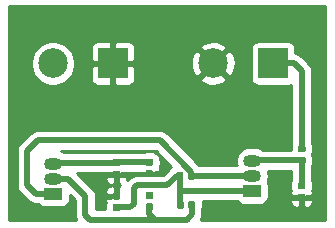
<source format=gbr>
G04 #@! TF.GenerationSoftware,KiCad,Pcbnew,(5.1.5)-3*
G04 #@! TF.CreationDate,2020-12-06T22:53:45+02:00*
G04 #@! TF.ProjectId,Single_transistor_AMP,53696e67-6c65-45f7-9472-616e73697374,V1.0*
G04 #@! TF.SameCoordinates,Original*
G04 #@! TF.FileFunction,Copper,L1,Top*
G04 #@! TF.FilePolarity,Positive*
%FSLAX46Y46*%
G04 Gerber Fmt 4.6, Leading zero omitted, Abs format (unit mm)*
G04 Created by KiCad (PCBNEW (5.1.5)-3) date 2020-12-06 22:53:45*
%MOMM*%
%LPD*%
G04 APERTURE LIST*
%ADD10C,0.100000*%
%ADD11R,1.500000X1.050000*%
%ADD12O,1.500000X1.050000*%
%ADD13C,2.500000*%
%ADD14R,2.500000X2.500000*%
%ADD15C,0.500000*%
%ADD16C,0.500000*%
%ADD17C,0.254000*%
G04 APERTURE END LIST*
G04 #@! TA.AperFunction,SMDPad,CuDef*
D10*
G36*
X146046458Y-115438410D02*
G01*
X146060776Y-115440534D01*
X146074817Y-115444051D01*
X146088446Y-115448928D01*
X146101531Y-115455117D01*
X146113947Y-115462558D01*
X146125573Y-115471181D01*
X146136298Y-115480902D01*
X146146019Y-115491627D01*
X146154642Y-115503253D01*
X146162083Y-115515669D01*
X146168272Y-115528754D01*
X146173149Y-115542383D01*
X146176666Y-115556424D01*
X146178790Y-115570742D01*
X146179500Y-115585200D01*
X146179500Y-115880200D01*
X146178790Y-115894658D01*
X146176666Y-115908976D01*
X146173149Y-115923017D01*
X146168272Y-115936646D01*
X146162083Y-115949731D01*
X146154642Y-115962147D01*
X146146019Y-115973773D01*
X146136298Y-115984498D01*
X146125573Y-115994219D01*
X146113947Y-116002842D01*
X146101531Y-116010283D01*
X146088446Y-116016472D01*
X146074817Y-116021349D01*
X146060776Y-116024866D01*
X146046458Y-116026990D01*
X146032000Y-116027700D01*
X145687000Y-116027700D01*
X145672542Y-116026990D01*
X145658224Y-116024866D01*
X145644183Y-116021349D01*
X145630554Y-116016472D01*
X145617469Y-116010283D01*
X145605053Y-116002842D01*
X145593427Y-115994219D01*
X145582702Y-115984498D01*
X145572981Y-115973773D01*
X145564358Y-115962147D01*
X145556917Y-115949731D01*
X145550728Y-115936646D01*
X145545851Y-115923017D01*
X145542334Y-115908976D01*
X145540210Y-115894658D01*
X145539500Y-115880200D01*
X145539500Y-115585200D01*
X145540210Y-115570742D01*
X145542334Y-115556424D01*
X145545851Y-115542383D01*
X145550728Y-115528754D01*
X145556917Y-115515669D01*
X145564358Y-115503253D01*
X145572981Y-115491627D01*
X145582702Y-115480902D01*
X145593427Y-115471181D01*
X145605053Y-115462558D01*
X145617469Y-115455117D01*
X145630554Y-115448928D01*
X145644183Y-115444051D01*
X145658224Y-115440534D01*
X145672542Y-115438410D01*
X145687000Y-115437700D01*
X146032000Y-115437700D01*
X146046458Y-115438410D01*
G37*
G04 #@! TD.AperFunction*
G04 #@! TA.AperFunction,SMDPad,CuDef*
G36*
X146046458Y-116408410D02*
G01*
X146060776Y-116410534D01*
X146074817Y-116414051D01*
X146088446Y-116418928D01*
X146101531Y-116425117D01*
X146113947Y-116432558D01*
X146125573Y-116441181D01*
X146136298Y-116450902D01*
X146146019Y-116461627D01*
X146154642Y-116473253D01*
X146162083Y-116485669D01*
X146168272Y-116498754D01*
X146173149Y-116512383D01*
X146176666Y-116526424D01*
X146178790Y-116540742D01*
X146179500Y-116555200D01*
X146179500Y-116850200D01*
X146178790Y-116864658D01*
X146176666Y-116878976D01*
X146173149Y-116893017D01*
X146168272Y-116906646D01*
X146162083Y-116919731D01*
X146154642Y-116932147D01*
X146146019Y-116943773D01*
X146136298Y-116954498D01*
X146125573Y-116964219D01*
X146113947Y-116972842D01*
X146101531Y-116980283D01*
X146088446Y-116986472D01*
X146074817Y-116991349D01*
X146060776Y-116994866D01*
X146046458Y-116996990D01*
X146032000Y-116997700D01*
X145687000Y-116997700D01*
X145672542Y-116996990D01*
X145658224Y-116994866D01*
X145644183Y-116991349D01*
X145630554Y-116986472D01*
X145617469Y-116980283D01*
X145605053Y-116972842D01*
X145593427Y-116964219D01*
X145582702Y-116954498D01*
X145572981Y-116943773D01*
X145564358Y-116932147D01*
X145556917Y-116919731D01*
X145550728Y-116906646D01*
X145545851Y-116893017D01*
X145542334Y-116878976D01*
X145540210Y-116864658D01*
X145539500Y-116850200D01*
X145539500Y-116555200D01*
X145540210Y-116540742D01*
X145542334Y-116526424D01*
X145545851Y-116512383D01*
X145550728Y-116498754D01*
X145556917Y-116485669D01*
X145564358Y-116473253D01*
X145572981Y-116461627D01*
X145582702Y-116450902D01*
X145593427Y-116441181D01*
X145605053Y-116432558D01*
X145617469Y-116425117D01*
X145630554Y-116418928D01*
X145644183Y-116414051D01*
X145658224Y-116410534D01*
X145672542Y-116408410D01*
X145687000Y-116407700D01*
X146032000Y-116407700D01*
X146046458Y-116408410D01*
G37*
G04 #@! TD.AperFunction*
G04 #@! TA.AperFunction,SMDPad,CuDef*
G36*
X158924258Y-115582910D02*
G01*
X158938576Y-115585034D01*
X158952617Y-115588551D01*
X158966246Y-115593428D01*
X158979331Y-115599617D01*
X158991747Y-115607058D01*
X159003373Y-115615681D01*
X159014098Y-115625402D01*
X159023819Y-115636127D01*
X159032442Y-115647753D01*
X159039883Y-115660169D01*
X159046072Y-115673254D01*
X159050949Y-115686883D01*
X159054466Y-115700924D01*
X159056590Y-115715242D01*
X159057300Y-115729700D01*
X159057300Y-116024700D01*
X159056590Y-116039158D01*
X159054466Y-116053476D01*
X159050949Y-116067517D01*
X159046072Y-116081146D01*
X159039883Y-116094231D01*
X159032442Y-116106647D01*
X159023819Y-116118273D01*
X159014098Y-116128998D01*
X159003373Y-116138719D01*
X158991747Y-116147342D01*
X158979331Y-116154783D01*
X158966246Y-116160972D01*
X158952617Y-116165849D01*
X158938576Y-116169366D01*
X158924258Y-116171490D01*
X158909800Y-116172200D01*
X158564800Y-116172200D01*
X158550342Y-116171490D01*
X158536024Y-116169366D01*
X158521983Y-116165849D01*
X158508354Y-116160972D01*
X158495269Y-116154783D01*
X158482853Y-116147342D01*
X158471227Y-116138719D01*
X158460502Y-116128998D01*
X158450781Y-116118273D01*
X158442158Y-116106647D01*
X158434717Y-116094231D01*
X158428528Y-116081146D01*
X158423651Y-116067517D01*
X158420134Y-116053476D01*
X158418010Y-116039158D01*
X158417300Y-116024700D01*
X158417300Y-115729700D01*
X158418010Y-115715242D01*
X158420134Y-115700924D01*
X158423651Y-115686883D01*
X158428528Y-115673254D01*
X158434717Y-115660169D01*
X158442158Y-115647753D01*
X158450781Y-115636127D01*
X158460502Y-115625402D01*
X158471227Y-115615681D01*
X158482853Y-115607058D01*
X158495269Y-115599617D01*
X158508354Y-115593428D01*
X158521983Y-115588551D01*
X158536024Y-115585034D01*
X158550342Y-115582910D01*
X158564800Y-115582200D01*
X158909800Y-115582200D01*
X158924258Y-115582910D01*
G37*
G04 #@! TD.AperFunction*
G04 #@! TA.AperFunction,SMDPad,CuDef*
G36*
X158924258Y-114612910D02*
G01*
X158938576Y-114615034D01*
X158952617Y-114618551D01*
X158966246Y-114623428D01*
X158979331Y-114629617D01*
X158991747Y-114637058D01*
X159003373Y-114645681D01*
X159014098Y-114655402D01*
X159023819Y-114666127D01*
X159032442Y-114677753D01*
X159039883Y-114690169D01*
X159046072Y-114703254D01*
X159050949Y-114716883D01*
X159054466Y-114730924D01*
X159056590Y-114745242D01*
X159057300Y-114759700D01*
X159057300Y-115054700D01*
X159056590Y-115069158D01*
X159054466Y-115083476D01*
X159050949Y-115097517D01*
X159046072Y-115111146D01*
X159039883Y-115124231D01*
X159032442Y-115136647D01*
X159023819Y-115148273D01*
X159014098Y-115158998D01*
X159003373Y-115168719D01*
X158991747Y-115177342D01*
X158979331Y-115184783D01*
X158966246Y-115190972D01*
X158952617Y-115195849D01*
X158938576Y-115199366D01*
X158924258Y-115201490D01*
X158909800Y-115202200D01*
X158564800Y-115202200D01*
X158550342Y-115201490D01*
X158536024Y-115199366D01*
X158521983Y-115195849D01*
X158508354Y-115190972D01*
X158495269Y-115184783D01*
X158482853Y-115177342D01*
X158471227Y-115168719D01*
X158460502Y-115158998D01*
X158450781Y-115148273D01*
X158442158Y-115136647D01*
X158434717Y-115124231D01*
X158428528Y-115111146D01*
X158423651Y-115097517D01*
X158420134Y-115083476D01*
X158418010Y-115069158D01*
X158417300Y-115054700D01*
X158417300Y-114759700D01*
X158418010Y-114745242D01*
X158420134Y-114730924D01*
X158423651Y-114716883D01*
X158428528Y-114703254D01*
X158434717Y-114690169D01*
X158442158Y-114677753D01*
X158450781Y-114666127D01*
X158460502Y-114655402D01*
X158471227Y-114645681D01*
X158482853Y-114637058D01*
X158495269Y-114629617D01*
X158508354Y-114623428D01*
X158521983Y-114618551D01*
X158536024Y-114615034D01*
X158550342Y-114612910D01*
X158564800Y-114612200D01*
X158909800Y-114612200D01*
X158924258Y-114612910D01*
G37*
G04 #@! TD.AperFunction*
G04 #@! TA.AperFunction,SMDPad,CuDef*
G36*
X149594958Y-116215910D02*
G01*
X149609276Y-116218034D01*
X149623317Y-116221551D01*
X149636946Y-116226428D01*
X149650031Y-116232617D01*
X149662447Y-116240058D01*
X149674073Y-116248681D01*
X149684798Y-116258402D01*
X149694519Y-116269127D01*
X149703142Y-116280753D01*
X149710583Y-116293169D01*
X149716772Y-116306254D01*
X149721649Y-116319883D01*
X149725166Y-116333924D01*
X149727290Y-116348242D01*
X149728000Y-116362700D01*
X149728000Y-116707700D01*
X149727290Y-116722158D01*
X149725166Y-116736476D01*
X149721649Y-116750517D01*
X149716772Y-116764146D01*
X149710583Y-116777231D01*
X149703142Y-116789647D01*
X149694519Y-116801273D01*
X149684798Y-116811998D01*
X149674073Y-116821719D01*
X149662447Y-116830342D01*
X149650031Y-116837783D01*
X149636946Y-116843972D01*
X149623317Y-116848849D01*
X149609276Y-116852366D01*
X149594958Y-116854490D01*
X149580500Y-116855200D01*
X149285500Y-116855200D01*
X149271042Y-116854490D01*
X149256724Y-116852366D01*
X149242683Y-116848849D01*
X149229054Y-116843972D01*
X149215969Y-116837783D01*
X149203553Y-116830342D01*
X149191927Y-116821719D01*
X149181202Y-116811998D01*
X149171481Y-116801273D01*
X149162858Y-116789647D01*
X149155417Y-116777231D01*
X149149228Y-116764146D01*
X149144351Y-116750517D01*
X149140834Y-116736476D01*
X149138710Y-116722158D01*
X149138000Y-116707700D01*
X149138000Y-116362700D01*
X149138710Y-116348242D01*
X149140834Y-116333924D01*
X149144351Y-116319883D01*
X149149228Y-116306254D01*
X149155417Y-116293169D01*
X149162858Y-116280753D01*
X149171481Y-116269127D01*
X149181202Y-116258402D01*
X149191927Y-116248681D01*
X149203553Y-116240058D01*
X149215969Y-116232617D01*
X149229054Y-116226428D01*
X149242683Y-116221551D01*
X149256724Y-116218034D01*
X149271042Y-116215910D01*
X149285500Y-116215200D01*
X149580500Y-116215200D01*
X149594958Y-116215910D01*
G37*
G04 #@! TD.AperFunction*
G04 #@! TA.AperFunction,SMDPad,CuDef*
G36*
X148624958Y-116215910D02*
G01*
X148639276Y-116218034D01*
X148653317Y-116221551D01*
X148666946Y-116226428D01*
X148680031Y-116232617D01*
X148692447Y-116240058D01*
X148704073Y-116248681D01*
X148714798Y-116258402D01*
X148724519Y-116269127D01*
X148733142Y-116280753D01*
X148740583Y-116293169D01*
X148746772Y-116306254D01*
X148751649Y-116319883D01*
X148755166Y-116333924D01*
X148757290Y-116348242D01*
X148758000Y-116362700D01*
X148758000Y-116707700D01*
X148757290Y-116722158D01*
X148755166Y-116736476D01*
X148751649Y-116750517D01*
X148746772Y-116764146D01*
X148740583Y-116777231D01*
X148733142Y-116789647D01*
X148724519Y-116801273D01*
X148714798Y-116811998D01*
X148704073Y-116821719D01*
X148692447Y-116830342D01*
X148680031Y-116837783D01*
X148666946Y-116843972D01*
X148653317Y-116848849D01*
X148639276Y-116852366D01*
X148624958Y-116854490D01*
X148610500Y-116855200D01*
X148315500Y-116855200D01*
X148301042Y-116854490D01*
X148286724Y-116852366D01*
X148272683Y-116848849D01*
X148259054Y-116843972D01*
X148245969Y-116837783D01*
X148233553Y-116830342D01*
X148221927Y-116821719D01*
X148211202Y-116811998D01*
X148201481Y-116801273D01*
X148192858Y-116789647D01*
X148185417Y-116777231D01*
X148179228Y-116764146D01*
X148174351Y-116750517D01*
X148170834Y-116736476D01*
X148168710Y-116722158D01*
X148168000Y-116707700D01*
X148168000Y-116362700D01*
X148168710Y-116348242D01*
X148170834Y-116333924D01*
X148174351Y-116319883D01*
X148179228Y-116306254D01*
X148185417Y-116293169D01*
X148192858Y-116280753D01*
X148201481Y-116269127D01*
X148211202Y-116258402D01*
X148221927Y-116248681D01*
X148233553Y-116240058D01*
X148245969Y-116232617D01*
X148259054Y-116226428D01*
X148272683Y-116221551D01*
X148286724Y-116218034D01*
X148301042Y-116215910D01*
X148315500Y-116215200D01*
X148610500Y-116215200D01*
X148624958Y-116215910D01*
G37*
G04 #@! TD.AperFunction*
G04 #@! TA.AperFunction,SMDPad,CuDef*
G36*
X149579858Y-113752110D02*
G01*
X149594176Y-113754234D01*
X149608217Y-113757751D01*
X149621846Y-113762628D01*
X149634931Y-113768817D01*
X149647347Y-113776258D01*
X149658973Y-113784881D01*
X149669698Y-113794602D01*
X149679419Y-113805327D01*
X149688042Y-113816953D01*
X149695483Y-113829369D01*
X149701672Y-113842454D01*
X149706549Y-113856083D01*
X149710066Y-113870124D01*
X149712190Y-113884442D01*
X149712900Y-113898900D01*
X149712900Y-114243900D01*
X149712190Y-114258358D01*
X149710066Y-114272676D01*
X149706549Y-114286717D01*
X149701672Y-114300346D01*
X149695483Y-114313431D01*
X149688042Y-114325847D01*
X149679419Y-114337473D01*
X149669698Y-114348198D01*
X149658973Y-114357919D01*
X149647347Y-114366542D01*
X149634931Y-114373983D01*
X149621846Y-114380172D01*
X149608217Y-114385049D01*
X149594176Y-114388566D01*
X149579858Y-114390690D01*
X149565400Y-114391400D01*
X149270400Y-114391400D01*
X149255942Y-114390690D01*
X149241624Y-114388566D01*
X149227583Y-114385049D01*
X149213954Y-114380172D01*
X149200869Y-114373983D01*
X149188453Y-114366542D01*
X149176827Y-114357919D01*
X149166102Y-114348198D01*
X149156381Y-114337473D01*
X149147758Y-114325847D01*
X149140317Y-114313431D01*
X149134128Y-114300346D01*
X149129251Y-114286717D01*
X149125734Y-114272676D01*
X149123610Y-114258358D01*
X149122900Y-114243900D01*
X149122900Y-113898900D01*
X149123610Y-113884442D01*
X149125734Y-113870124D01*
X149129251Y-113856083D01*
X149134128Y-113842454D01*
X149140317Y-113829369D01*
X149147758Y-113816953D01*
X149156381Y-113805327D01*
X149166102Y-113794602D01*
X149176827Y-113784881D01*
X149188453Y-113776258D01*
X149200869Y-113768817D01*
X149213954Y-113762628D01*
X149227583Y-113757751D01*
X149241624Y-113754234D01*
X149255942Y-113752110D01*
X149270400Y-113751400D01*
X149565400Y-113751400D01*
X149579858Y-113752110D01*
G37*
G04 #@! TD.AperFunction*
G04 #@! TA.AperFunction,SMDPad,CuDef*
G36*
X148609858Y-113752110D02*
G01*
X148624176Y-113754234D01*
X148638217Y-113757751D01*
X148651846Y-113762628D01*
X148664931Y-113768817D01*
X148677347Y-113776258D01*
X148688973Y-113784881D01*
X148699698Y-113794602D01*
X148709419Y-113805327D01*
X148718042Y-113816953D01*
X148725483Y-113829369D01*
X148731672Y-113842454D01*
X148736549Y-113856083D01*
X148740066Y-113870124D01*
X148742190Y-113884442D01*
X148742900Y-113898900D01*
X148742900Y-114243900D01*
X148742190Y-114258358D01*
X148740066Y-114272676D01*
X148736549Y-114286717D01*
X148731672Y-114300346D01*
X148725483Y-114313431D01*
X148718042Y-114325847D01*
X148709419Y-114337473D01*
X148699698Y-114348198D01*
X148688973Y-114357919D01*
X148677347Y-114366542D01*
X148664931Y-114373983D01*
X148651846Y-114380172D01*
X148638217Y-114385049D01*
X148624176Y-114388566D01*
X148609858Y-114390690D01*
X148595400Y-114391400D01*
X148300400Y-114391400D01*
X148285942Y-114390690D01*
X148271624Y-114388566D01*
X148257583Y-114385049D01*
X148243954Y-114380172D01*
X148230869Y-114373983D01*
X148218453Y-114366542D01*
X148206827Y-114357919D01*
X148196102Y-114348198D01*
X148186381Y-114337473D01*
X148177758Y-114325847D01*
X148170317Y-114313431D01*
X148164128Y-114300346D01*
X148159251Y-114286717D01*
X148155734Y-114272676D01*
X148153610Y-114258358D01*
X148152900Y-114243900D01*
X148152900Y-113898900D01*
X148153610Y-113884442D01*
X148155734Y-113870124D01*
X148159251Y-113856083D01*
X148164128Y-113842454D01*
X148170317Y-113829369D01*
X148177758Y-113816953D01*
X148186381Y-113805327D01*
X148196102Y-113794602D01*
X148206827Y-113784881D01*
X148218453Y-113776258D01*
X148230869Y-113768817D01*
X148243954Y-113762628D01*
X148257583Y-113757751D01*
X148271624Y-113754234D01*
X148285942Y-113752110D01*
X148300400Y-113751400D01*
X148595400Y-113751400D01*
X148609858Y-113752110D01*
G37*
G04 #@! TD.AperFunction*
D11*
X154559000Y-115354100D03*
D12*
X154559000Y-112814100D03*
X154559000Y-114084100D03*
D11*
X137718800Y-115582700D03*
D12*
X137718800Y-113042700D03*
X137718800Y-114312700D03*
D13*
X151257000Y-104559100D03*
D14*
X156337000Y-104559100D03*
D13*
X137693400Y-104559100D03*
D14*
X142773400Y-104559100D03*
G04 #@! TA.AperFunction,SMDPad,CuDef*
D10*
G36*
X158949658Y-112471410D02*
G01*
X158963976Y-112473534D01*
X158978017Y-112477051D01*
X158991646Y-112481928D01*
X159004731Y-112488117D01*
X159017147Y-112495558D01*
X159028773Y-112504181D01*
X159039498Y-112513902D01*
X159049219Y-112524627D01*
X159057842Y-112536253D01*
X159065283Y-112548669D01*
X159071472Y-112561754D01*
X159076349Y-112575383D01*
X159079866Y-112589424D01*
X159081990Y-112603742D01*
X159082700Y-112618200D01*
X159082700Y-112913200D01*
X159081990Y-112927658D01*
X159079866Y-112941976D01*
X159076349Y-112956017D01*
X159071472Y-112969646D01*
X159065283Y-112982731D01*
X159057842Y-112995147D01*
X159049219Y-113006773D01*
X159039498Y-113017498D01*
X159028773Y-113027219D01*
X159017147Y-113035842D01*
X159004731Y-113043283D01*
X158991646Y-113049472D01*
X158978017Y-113054349D01*
X158963976Y-113057866D01*
X158949658Y-113059990D01*
X158935200Y-113060700D01*
X158590200Y-113060700D01*
X158575742Y-113059990D01*
X158561424Y-113057866D01*
X158547383Y-113054349D01*
X158533754Y-113049472D01*
X158520669Y-113043283D01*
X158508253Y-113035842D01*
X158496627Y-113027219D01*
X158485902Y-113017498D01*
X158476181Y-113006773D01*
X158467558Y-112995147D01*
X158460117Y-112982731D01*
X158453928Y-112969646D01*
X158449051Y-112956017D01*
X158445534Y-112941976D01*
X158443410Y-112927658D01*
X158442700Y-112913200D01*
X158442700Y-112618200D01*
X158443410Y-112603742D01*
X158445534Y-112589424D01*
X158449051Y-112575383D01*
X158453928Y-112561754D01*
X158460117Y-112548669D01*
X158467558Y-112536253D01*
X158476181Y-112524627D01*
X158485902Y-112513902D01*
X158496627Y-112504181D01*
X158508253Y-112495558D01*
X158520669Y-112488117D01*
X158533754Y-112481928D01*
X158547383Y-112477051D01*
X158561424Y-112473534D01*
X158575742Y-112471410D01*
X158590200Y-112470700D01*
X158935200Y-112470700D01*
X158949658Y-112471410D01*
G37*
G04 #@! TD.AperFunction*
G04 #@! TA.AperFunction,SMDPad,CuDef*
G36*
X158949658Y-111501410D02*
G01*
X158963976Y-111503534D01*
X158978017Y-111507051D01*
X158991646Y-111511928D01*
X159004731Y-111518117D01*
X159017147Y-111525558D01*
X159028773Y-111534181D01*
X159039498Y-111543902D01*
X159049219Y-111554627D01*
X159057842Y-111566253D01*
X159065283Y-111578669D01*
X159071472Y-111591754D01*
X159076349Y-111605383D01*
X159079866Y-111619424D01*
X159081990Y-111633742D01*
X159082700Y-111648200D01*
X159082700Y-111943200D01*
X159081990Y-111957658D01*
X159079866Y-111971976D01*
X159076349Y-111986017D01*
X159071472Y-111999646D01*
X159065283Y-112012731D01*
X159057842Y-112025147D01*
X159049219Y-112036773D01*
X159039498Y-112047498D01*
X159028773Y-112057219D01*
X159017147Y-112065842D01*
X159004731Y-112073283D01*
X158991646Y-112079472D01*
X158978017Y-112084349D01*
X158963976Y-112087866D01*
X158949658Y-112089990D01*
X158935200Y-112090700D01*
X158590200Y-112090700D01*
X158575742Y-112089990D01*
X158561424Y-112087866D01*
X158547383Y-112084349D01*
X158533754Y-112079472D01*
X158520669Y-112073283D01*
X158508253Y-112065842D01*
X158496627Y-112057219D01*
X158485902Y-112047498D01*
X158476181Y-112036773D01*
X158467558Y-112025147D01*
X158460117Y-112012731D01*
X158453928Y-111999646D01*
X158449051Y-111986017D01*
X158445534Y-111971976D01*
X158443410Y-111957658D01*
X158442700Y-111943200D01*
X158442700Y-111648200D01*
X158443410Y-111633742D01*
X158445534Y-111619424D01*
X158449051Y-111605383D01*
X158453928Y-111591754D01*
X158460117Y-111578669D01*
X158467558Y-111566253D01*
X158476181Y-111554627D01*
X158485902Y-111543902D01*
X158496627Y-111534181D01*
X158508253Y-111525558D01*
X158520669Y-111518117D01*
X158533754Y-111511928D01*
X158547383Y-111507051D01*
X158561424Y-111503534D01*
X158575742Y-111501410D01*
X158590200Y-111500700D01*
X158935200Y-111500700D01*
X158949658Y-111501410D01*
G37*
G04 #@! TD.AperFunction*
G04 #@! TA.AperFunction,SMDPad,CuDef*
G36*
X146033758Y-113601710D02*
G01*
X146048076Y-113603834D01*
X146062117Y-113607351D01*
X146075746Y-113612228D01*
X146088831Y-113618417D01*
X146101247Y-113625858D01*
X146112873Y-113634481D01*
X146123598Y-113644202D01*
X146133319Y-113654927D01*
X146141942Y-113666553D01*
X146149383Y-113678969D01*
X146155572Y-113692054D01*
X146160449Y-113705683D01*
X146163966Y-113719724D01*
X146166090Y-113734042D01*
X146166800Y-113748500D01*
X146166800Y-114043500D01*
X146166090Y-114057958D01*
X146163966Y-114072276D01*
X146160449Y-114086317D01*
X146155572Y-114099946D01*
X146149383Y-114113031D01*
X146141942Y-114125447D01*
X146133319Y-114137073D01*
X146123598Y-114147798D01*
X146112873Y-114157519D01*
X146101247Y-114166142D01*
X146088831Y-114173583D01*
X146075746Y-114179772D01*
X146062117Y-114184649D01*
X146048076Y-114188166D01*
X146033758Y-114190290D01*
X146019300Y-114191000D01*
X145674300Y-114191000D01*
X145659842Y-114190290D01*
X145645524Y-114188166D01*
X145631483Y-114184649D01*
X145617854Y-114179772D01*
X145604769Y-114173583D01*
X145592353Y-114166142D01*
X145580727Y-114157519D01*
X145570002Y-114147798D01*
X145560281Y-114137073D01*
X145551658Y-114125447D01*
X145544217Y-114113031D01*
X145538028Y-114099946D01*
X145533151Y-114086317D01*
X145529634Y-114072276D01*
X145527510Y-114057958D01*
X145526800Y-114043500D01*
X145526800Y-113748500D01*
X145527510Y-113734042D01*
X145529634Y-113719724D01*
X145533151Y-113705683D01*
X145538028Y-113692054D01*
X145544217Y-113678969D01*
X145551658Y-113666553D01*
X145560281Y-113654927D01*
X145570002Y-113644202D01*
X145580727Y-113634481D01*
X145592353Y-113625858D01*
X145604769Y-113618417D01*
X145617854Y-113612228D01*
X145631483Y-113607351D01*
X145645524Y-113603834D01*
X145659842Y-113601710D01*
X145674300Y-113601000D01*
X146019300Y-113601000D01*
X146033758Y-113601710D01*
G37*
G04 #@! TD.AperFunction*
G04 #@! TA.AperFunction,SMDPad,CuDef*
G36*
X146033758Y-112631710D02*
G01*
X146048076Y-112633834D01*
X146062117Y-112637351D01*
X146075746Y-112642228D01*
X146088831Y-112648417D01*
X146101247Y-112655858D01*
X146112873Y-112664481D01*
X146123598Y-112674202D01*
X146133319Y-112684927D01*
X146141942Y-112696553D01*
X146149383Y-112708969D01*
X146155572Y-112722054D01*
X146160449Y-112735683D01*
X146163966Y-112749724D01*
X146166090Y-112764042D01*
X146166800Y-112778500D01*
X146166800Y-113073500D01*
X146166090Y-113087958D01*
X146163966Y-113102276D01*
X146160449Y-113116317D01*
X146155572Y-113129946D01*
X146149383Y-113143031D01*
X146141942Y-113155447D01*
X146133319Y-113167073D01*
X146123598Y-113177798D01*
X146112873Y-113187519D01*
X146101247Y-113196142D01*
X146088831Y-113203583D01*
X146075746Y-113209772D01*
X146062117Y-113214649D01*
X146048076Y-113218166D01*
X146033758Y-113220290D01*
X146019300Y-113221000D01*
X145674300Y-113221000D01*
X145659842Y-113220290D01*
X145645524Y-113218166D01*
X145631483Y-113214649D01*
X145617854Y-113209772D01*
X145604769Y-113203583D01*
X145592353Y-113196142D01*
X145580727Y-113187519D01*
X145570002Y-113177798D01*
X145560281Y-113167073D01*
X145551658Y-113155447D01*
X145544217Y-113143031D01*
X145538028Y-113129946D01*
X145533151Y-113116317D01*
X145529634Y-113102276D01*
X145527510Y-113087958D01*
X145526800Y-113073500D01*
X145526800Y-112778500D01*
X145527510Y-112764042D01*
X145529634Y-112749724D01*
X145533151Y-112735683D01*
X145538028Y-112722054D01*
X145544217Y-112708969D01*
X145551658Y-112696553D01*
X145560281Y-112684927D01*
X145570002Y-112674202D01*
X145580727Y-112664481D01*
X145592353Y-112655858D01*
X145604769Y-112648417D01*
X145617854Y-112642228D01*
X145631483Y-112637351D01*
X145645524Y-112633834D01*
X145659842Y-112631710D01*
X145674300Y-112631000D01*
X146019300Y-112631000D01*
X146033758Y-112631710D01*
G37*
G04 #@! TD.AperFunction*
G04 #@! TA.AperFunction,SMDPad,CuDef*
G36*
X143252458Y-115489210D02*
G01*
X143266776Y-115491334D01*
X143280817Y-115494851D01*
X143294446Y-115499728D01*
X143307531Y-115505917D01*
X143319947Y-115513358D01*
X143331573Y-115521981D01*
X143342298Y-115531702D01*
X143352019Y-115542427D01*
X143360642Y-115554053D01*
X143368083Y-115566469D01*
X143374272Y-115579554D01*
X143379149Y-115593183D01*
X143382666Y-115607224D01*
X143384790Y-115621542D01*
X143385500Y-115636000D01*
X143385500Y-115931000D01*
X143384790Y-115945458D01*
X143382666Y-115959776D01*
X143379149Y-115973817D01*
X143374272Y-115987446D01*
X143368083Y-116000531D01*
X143360642Y-116012947D01*
X143352019Y-116024573D01*
X143342298Y-116035298D01*
X143331573Y-116045019D01*
X143319947Y-116053642D01*
X143307531Y-116061083D01*
X143294446Y-116067272D01*
X143280817Y-116072149D01*
X143266776Y-116075666D01*
X143252458Y-116077790D01*
X143238000Y-116078500D01*
X142893000Y-116078500D01*
X142878542Y-116077790D01*
X142864224Y-116075666D01*
X142850183Y-116072149D01*
X142836554Y-116067272D01*
X142823469Y-116061083D01*
X142811053Y-116053642D01*
X142799427Y-116045019D01*
X142788702Y-116035298D01*
X142778981Y-116024573D01*
X142770358Y-116012947D01*
X142762917Y-116000531D01*
X142756728Y-115987446D01*
X142751851Y-115973817D01*
X142748334Y-115959776D01*
X142746210Y-115945458D01*
X142745500Y-115931000D01*
X142745500Y-115636000D01*
X142746210Y-115621542D01*
X142748334Y-115607224D01*
X142751851Y-115593183D01*
X142756728Y-115579554D01*
X142762917Y-115566469D01*
X142770358Y-115554053D01*
X142778981Y-115542427D01*
X142788702Y-115531702D01*
X142799427Y-115521981D01*
X142811053Y-115513358D01*
X142823469Y-115505917D01*
X142836554Y-115499728D01*
X142850183Y-115494851D01*
X142864224Y-115491334D01*
X142878542Y-115489210D01*
X142893000Y-115488500D01*
X143238000Y-115488500D01*
X143252458Y-115489210D01*
G37*
G04 #@! TD.AperFunction*
G04 #@! TA.AperFunction,SMDPad,CuDef*
G36*
X143252458Y-116459210D02*
G01*
X143266776Y-116461334D01*
X143280817Y-116464851D01*
X143294446Y-116469728D01*
X143307531Y-116475917D01*
X143319947Y-116483358D01*
X143331573Y-116491981D01*
X143342298Y-116501702D01*
X143352019Y-116512427D01*
X143360642Y-116524053D01*
X143368083Y-116536469D01*
X143374272Y-116549554D01*
X143379149Y-116563183D01*
X143382666Y-116577224D01*
X143384790Y-116591542D01*
X143385500Y-116606000D01*
X143385500Y-116901000D01*
X143384790Y-116915458D01*
X143382666Y-116929776D01*
X143379149Y-116943817D01*
X143374272Y-116957446D01*
X143368083Y-116970531D01*
X143360642Y-116982947D01*
X143352019Y-116994573D01*
X143342298Y-117005298D01*
X143331573Y-117015019D01*
X143319947Y-117023642D01*
X143307531Y-117031083D01*
X143294446Y-117037272D01*
X143280817Y-117042149D01*
X143266776Y-117045666D01*
X143252458Y-117047790D01*
X143238000Y-117048500D01*
X142893000Y-117048500D01*
X142878542Y-117047790D01*
X142864224Y-117045666D01*
X142850183Y-117042149D01*
X142836554Y-117037272D01*
X142823469Y-117031083D01*
X142811053Y-117023642D01*
X142799427Y-117015019D01*
X142788702Y-117005298D01*
X142778981Y-116994573D01*
X142770358Y-116982947D01*
X142762917Y-116970531D01*
X142756728Y-116957446D01*
X142751851Y-116943817D01*
X142748334Y-116929776D01*
X142746210Y-116915458D01*
X142745500Y-116901000D01*
X142745500Y-116606000D01*
X142746210Y-116591542D01*
X142748334Y-116577224D01*
X142751851Y-116563183D01*
X142756728Y-116549554D01*
X142762917Y-116536469D01*
X142770358Y-116524053D01*
X142778981Y-116512427D01*
X142788702Y-116501702D01*
X142799427Y-116491981D01*
X142811053Y-116483358D01*
X142823469Y-116475917D01*
X142836554Y-116469728D01*
X142850183Y-116464851D01*
X142864224Y-116461334D01*
X142878542Y-116459210D01*
X142893000Y-116458500D01*
X143238000Y-116458500D01*
X143252458Y-116459210D01*
G37*
G04 #@! TD.AperFunction*
G04 #@! TA.AperFunction,SMDPad,CuDef*
G36*
X143239758Y-113639810D02*
G01*
X143254076Y-113641934D01*
X143268117Y-113645451D01*
X143281746Y-113650328D01*
X143294831Y-113656517D01*
X143307247Y-113663958D01*
X143318873Y-113672581D01*
X143329598Y-113682302D01*
X143339319Y-113693027D01*
X143347942Y-113704653D01*
X143355383Y-113717069D01*
X143361572Y-113730154D01*
X143366449Y-113743783D01*
X143369966Y-113757824D01*
X143372090Y-113772142D01*
X143372800Y-113786600D01*
X143372800Y-114081600D01*
X143372090Y-114096058D01*
X143369966Y-114110376D01*
X143366449Y-114124417D01*
X143361572Y-114138046D01*
X143355383Y-114151131D01*
X143347942Y-114163547D01*
X143339319Y-114175173D01*
X143329598Y-114185898D01*
X143318873Y-114195619D01*
X143307247Y-114204242D01*
X143294831Y-114211683D01*
X143281746Y-114217872D01*
X143268117Y-114222749D01*
X143254076Y-114226266D01*
X143239758Y-114228390D01*
X143225300Y-114229100D01*
X142880300Y-114229100D01*
X142865842Y-114228390D01*
X142851524Y-114226266D01*
X142837483Y-114222749D01*
X142823854Y-114217872D01*
X142810769Y-114211683D01*
X142798353Y-114204242D01*
X142786727Y-114195619D01*
X142776002Y-114185898D01*
X142766281Y-114175173D01*
X142757658Y-114163547D01*
X142750217Y-114151131D01*
X142744028Y-114138046D01*
X142739151Y-114124417D01*
X142735634Y-114110376D01*
X142733510Y-114096058D01*
X142732800Y-114081600D01*
X142732800Y-113786600D01*
X142733510Y-113772142D01*
X142735634Y-113757824D01*
X142739151Y-113743783D01*
X142744028Y-113730154D01*
X142750217Y-113717069D01*
X142757658Y-113704653D01*
X142766281Y-113693027D01*
X142776002Y-113682302D01*
X142786727Y-113672581D01*
X142798353Y-113663958D01*
X142810769Y-113656517D01*
X142823854Y-113650328D01*
X142837483Y-113645451D01*
X142851524Y-113641934D01*
X142865842Y-113639810D01*
X142880300Y-113639100D01*
X143225300Y-113639100D01*
X143239758Y-113639810D01*
G37*
G04 #@! TD.AperFunction*
G04 #@! TA.AperFunction,SMDPad,CuDef*
G36*
X143239758Y-112669810D02*
G01*
X143254076Y-112671934D01*
X143268117Y-112675451D01*
X143281746Y-112680328D01*
X143294831Y-112686517D01*
X143307247Y-112693958D01*
X143318873Y-112702581D01*
X143329598Y-112712302D01*
X143339319Y-112723027D01*
X143347942Y-112734653D01*
X143355383Y-112747069D01*
X143361572Y-112760154D01*
X143366449Y-112773783D01*
X143369966Y-112787824D01*
X143372090Y-112802142D01*
X143372800Y-112816600D01*
X143372800Y-113111600D01*
X143372090Y-113126058D01*
X143369966Y-113140376D01*
X143366449Y-113154417D01*
X143361572Y-113168046D01*
X143355383Y-113181131D01*
X143347942Y-113193547D01*
X143339319Y-113205173D01*
X143329598Y-113215898D01*
X143318873Y-113225619D01*
X143307247Y-113234242D01*
X143294831Y-113241683D01*
X143281746Y-113247872D01*
X143268117Y-113252749D01*
X143254076Y-113256266D01*
X143239758Y-113258390D01*
X143225300Y-113259100D01*
X142880300Y-113259100D01*
X142865842Y-113258390D01*
X142851524Y-113256266D01*
X142837483Y-113252749D01*
X142823854Y-113247872D01*
X142810769Y-113241683D01*
X142798353Y-113234242D01*
X142786727Y-113225619D01*
X142776002Y-113215898D01*
X142766281Y-113205173D01*
X142757658Y-113193547D01*
X142750217Y-113181131D01*
X142744028Y-113168046D01*
X142739151Y-113154417D01*
X142735634Y-113140376D01*
X142733510Y-113126058D01*
X142732800Y-113111600D01*
X142732800Y-112816600D01*
X142733510Y-112802142D01*
X142735634Y-112787824D01*
X142739151Y-112773783D01*
X142744028Y-112760154D01*
X142750217Y-112747069D01*
X142757658Y-112734653D01*
X142766281Y-112723027D01*
X142776002Y-112712302D01*
X142786727Y-112702581D01*
X142798353Y-112693958D01*
X142810769Y-112686517D01*
X142823854Y-112680328D01*
X142837483Y-112675451D01*
X142851524Y-112671934D01*
X142865842Y-112669810D01*
X142880300Y-112669100D01*
X143225300Y-112669100D01*
X143239758Y-112669810D01*
G37*
G04 #@! TD.AperFunction*
D15*
X158750000Y-115874800D03*
X145859500Y-115684300D03*
X145859500Y-113944400D03*
X143027400Y-113944400D03*
D16*
X143090900Y-112926000D02*
X143052800Y-112964100D01*
X145846800Y-112926000D02*
X143090900Y-112926000D01*
X137797400Y-112964100D02*
X137718800Y-113042700D01*
X143052800Y-112964100D02*
X137797400Y-112964100D01*
X148447900Y-116520100D02*
X148463000Y-116535200D01*
X154559000Y-115354100D02*
X153309000Y-115354100D01*
X148447900Y-114071400D02*
X148463000Y-115354100D01*
X153309000Y-115354100D02*
X148463000Y-115354100D01*
X148463000Y-115354100D02*
X148447900Y-116520100D01*
X148152900Y-114071400D02*
X147352800Y-114871500D01*
X148447900Y-114071400D02*
X148152900Y-114071400D01*
X147352800Y-114871500D02*
X144767300Y-114871500D01*
X144767300Y-114871500D02*
X144526000Y-115112800D01*
X144526000Y-115112800D02*
X144526000Y-116420900D01*
X144193400Y-116753500D02*
X143065500Y-116753500D01*
X144526000Y-116420900D02*
X144193400Y-116753500D01*
X158762700Y-114881800D02*
X158737300Y-114907200D01*
X158762700Y-112765700D02*
X158762700Y-114881800D01*
X154607400Y-112765700D02*
X154559000Y-112814100D01*
X158762700Y-112765700D02*
X154607400Y-112765700D01*
X158087000Y-104559100D02*
X156337000Y-104559100D01*
X158762700Y-111795700D02*
X158762700Y-105234800D01*
X158762700Y-105234800D02*
X158087000Y-104559100D01*
X149433000Y-116855200D02*
X149440900Y-116863100D01*
X149433000Y-116535200D02*
X149433000Y-116855200D01*
X149440900Y-116863100D02*
X149440900Y-117348000D01*
X149440900Y-117348000D02*
X149009100Y-117779800D01*
X149009100Y-117779800D02*
X146354800Y-117779800D01*
X145859500Y-117284500D02*
X145859500Y-116702700D01*
X146354800Y-117779800D02*
X145859500Y-117284500D01*
X138968800Y-114312700D02*
X140436600Y-115780500D01*
X137718800Y-114312700D02*
X138968800Y-114312700D01*
X140436600Y-115780500D02*
X140436600Y-117373400D01*
X140843000Y-117779800D02*
X146354800Y-117779800D01*
X140436600Y-117373400D02*
X140843000Y-117779800D01*
X149430600Y-114084100D02*
X149417900Y-114071400D01*
X154559000Y-114084100D02*
X149430600Y-114084100D01*
X149417900Y-113751400D02*
X146740700Y-111074200D01*
X149417900Y-114071400D02*
X149417900Y-113751400D01*
X146740700Y-111074200D02*
X136398000Y-111074200D01*
X136398000Y-111074200D02*
X135496300Y-111975900D01*
X135496300Y-111975900D02*
X135496300Y-114833400D01*
X136245600Y-115582700D02*
X137718800Y-115582700D01*
X135496300Y-114833400D02*
X136245600Y-115582700D01*
D17*
G36*
X160757000Y-117805600D02*
G01*
X150199799Y-117805600D01*
X150262489Y-117688313D01*
X150313095Y-117521490D01*
X150325900Y-117391477D01*
X150325900Y-117391467D01*
X150330181Y-117348001D01*
X150325900Y-117304535D01*
X150325900Y-116943626D01*
X150350977Y-116860957D01*
X150366072Y-116707700D01*
X150366072Y-116362700D01*
X150353898Y-116239100D01*
X153282982Y-116239100D01*
X153357815Y-116330285D01*
X153454506Y-116409637D01*
X153564820Y-116468602D01*
X153684518Y-116504912D01*
X153809000Y-116517172D01*
X155309000Y-116517172D01*
X155433482Y-116504912D01*
X155553180Y-116468602D01*
X155663494Y-116409637D01*
X155760185Y-116330285D01*
X155839537Y-116233594D01*
X155872353Y-116172200D01*
X157779228Y-116172200D01*
X157791488Y-116296682D01*
X157827798Y-116416380D01*
X157886763Y-116526694D01*
X157966115Y-116623385D01*
X158062806Y-116702737D01*
X158173120Y-116761702D01*
X158292818Y-116798012D01*
X158417300Y-116810272D01*
X158451550Y-116807200D01*
X158610300Y-116648450D01*
X158610300Y-116004200D01*
X158864300Y-116004200D01*
X158864300Y-116648450D01*
X159023050Y-116807200D01*
X159057300Y-116810272D01*
X159181782Y-116798012D01*
X159301480Y-116761702D01*
X159411794Y-116702737D01*
X159508485Y-116623385D01*
X159587837Y-116526694D01*
X159646802Y-116416380D01*
X159683112Y-116296682D01*
X159695372Y-116172200D01*
X159692300Y-116162950D01*
X159533550Y-116004200D01*
X158864300Y-116004200D01*
X158610300Y-116004200D01*
X157941050Y-116004200D01*
X157782300Y-116162950D01*
X157779228Y-116172200D01*
X155872353Y-116172200D01*
X155898502Y-116123280D01*
X155934812Y-116003582D01*
X155947072Y-115879100D01*
X155947072Y-114829100D01*
X155934812Y-114704618D01*
X155898502Y-114584920D01*
X155863907Y-114520198D01*
X155927215Y-114311500D01*
X155949612Y-114084100D01*
X155927215Y-113856700D01*
X155864725Y-113650700D01*
X157877700Y-113650700D01*
X157877701Y-114386720D01*
X157839026Y-114459075D01*
X157794323Y-114606443D01*
X157779228Y-114759700D01*
X157779228Y-115054700D01*
X157794323Y-115207957D01*
X157831612Y-115330884D01*
X157827798Y-115338020D01*
X157791488Y-115457718D01*
X157779228Y-115582200D01*
X157782300Y-115591450D01*
X157941050Y-115750200D01*
X158207537Y-115750200D01*
X158264175Y-115780474D01*
X158411543Y-115825177D01*
X158564800Y-115840272D01*
X158909800Y-115840272D01*
X159063057Y-115825177D01*
X159210425Y-115780474D01*
X159267063Y-115750200D01*
X159533550Y-115750200D01*
X159692300Y-115591450D01*
X159695372Y-115582200D01*
X159683112Y-115457718D01*
X159646802Y-115338020D01*
X159642988Y-115330884D01*
X159680277Y-115207957D01*
X159695372Y-115054700D01*
X159695372Y-114759700D01*
X159680277Y-114606443D01*
X159647700Y-114499050D01*
X159647700Y-113238659D01*
X159660974Y-113213825D01*
X159705677Y-113066457D01*
X159720772Y-112913200D01*
X159720772Y-112618200D01*
X159705677Y-112464943D01*
X159660974Y-112317575D01*
X159641264Y-112280700D01*
X159660974Y-112243825D01*
X159705677Y-112096457D01*
X159720772Y-111943200D01*
X159720772Y-111648200D01*
X159705677Y-111494943D01*
X159660974Y-111347575D01*
X159647700Y-111322741D01*
X159647700Y-105278265D01*
X159651981Y-105234799D01*
X159647700Y-105191333D01*
X159647700Y-105191323D01*
X159634895Y-105061310D01*
X159584289Y-104894487D01*
X159502111Y-104740741D01*
X159391517Y-104605983D01*
X159357749Y-104578270D01*
X158743534Y-103964056D01*
X158715817Y-103930283D01*
X158581059Y-103819689D01*
X158427313Y-103737511D01*
X158260490Y-103686905D01*
X158225072Y-103683417D01*
X158225072Y-103309100D01*
X158212812Y-103184618D01*
X158176502Y-103064920D01*
X158117537Y-102954606D01*
X158038185Y-102857915D01*
X157941494Y-102778563D01*
X157831180Y-102719598D01*
X157711482Y-102683288D01*
X157587000Y-102671028D01*
X155087000Y-102671028D01*
X154962518Y-102683288D01*
X154842820Y-102719598D01*
X154732506Y-102778563D01*
X154635815Y-102857915D01*
X154556463Y-102954606D01*
X154497498Y-103064920D01*
X154461188Y-103184618D01*
X154448928Y-103309100D01*
X154448928Y-105809100D01*
X154461188Y-105933582D01*
X154497498Y-106053280D01*
X154556463Y-106163594D01*
X154635815Y-106260285D01*
X154732506Y-106339637D01*
X154842820Y-106398602D01*
X154962518Y-106434912D01*
X155087000Y-106447172D01*
X157587000Y-106447172D01*
X157711482Y-106434912D01*
X157831180Y-106398602D01*
X157877701Y-106373736D01*
X157877700Y-111322741D01*
X157864426Y-111347575D01*
X157819723Y-111494943D01*
X157804628Y-111648200D01*
X157804628Y-111880700D01*
X155475166Y-111880700D01*
X155431579Y-111844929D01*
X155230060Y-111737215D01*
X155011400Y-111670885D01*
X154840979Y-111654100D01*
X154277021Y-111654100D01*
X154106600Y-111670885D01*
X153887940Y-111737215D01*
X153686421Y-111844929D01*
X153509788Y-111989888D01*
X153364829Y-112166521D01*
X153257115Y-112368040D01*
X153190785Y-112586700D01*
X153168388Y-112814100D01*
X153190785Y-113041500D01*
X153238593Y-113199100D01*
X150109514Y-113199100D01*
X150074432Y-113156353D01*
X150074430Y-113156351D01*
X150046717Y-113122583D01*
X150012949Y-113094870D01*
X147397234Y-110479156D01*
X147369517Y-110445383D01*
X147234759Y-110334789D01*
X147081013Y-110252611D01*
X146914190Y-110202005D01*
X146784177Y-110189200D01*
X146784169Y-110189200D01*
X146740700Y-110184919D01*
X146697231Y-110189200D01*
X136441465Y-110189200D01*
X136397999Y-110184919D01*
X136354533Y-110189200D01*
X136354523Y-110189200D01*
X136224510Y-110202005D01*
X136057687Y-110252611D01*
X135903941Y-110334789D01*
X135903939Y-110334790D01*
X135903940Y-110334790D01*
X135802953Y-110417668D01*
X135802951Y-110417670D01*
X135769183Y-110445383D01*
X135741470Y-110479151D01*
X134901256Y-111319366D01*
X134867483Y-111347083D01*
X134756889Y-111481842D01*
X134674711Y-111635588D01*
X134624105Y-111802411D01*
X134611300Y-111932424D01*
X134611300Y-111932431D01*
X134607019Y-111975900D01*
X134611300Y-112019369D01*
X134611301Y-114789921D01*
X134607019Y-114833400D01*
X134624105Y-115006890D01*
X134674712Y-115173713D01*
X134756890Y-115327459D01*
X134839768Y-115428446D01*
X134839771Y-115428449D01*
X134867484Y-115462217D01*
X134901251Y-115489929D01*
X135589070Y-116177749D01*
X135616783Y-116211517D01*
X135650551Y-116239230D01*
X135650553Y-116239232D01*
X135675178Y-116259441D01*
X135751541Y-116322111D01*
X135905287Y-116404289D01*
X136072110Y-116454895D01*
X136202123Y-116467700D01*
X136202133Y-116467700D01*
X136245599Y-116471981D01*
X136289065Y-116467700D01*
X136442782Y-116467700D01*
X136517615Y-116558885D01*
X136614306Y-116638237D01*
X136724620Y-116697202D01*
X136844318Y-116733512D01*
X136968800Y-116745772D01*
X138468800Y-116745772D01*
X138593282Y-116733512D01*
X138712980Y-116697202D01*
X138823294Y-116638237D01*
X138919985Y-116558885D01*
X138999337Y-116462194D01*
X139058302Y-116351880D01*
X139094612Y-116232182D01*
X139106872Y-116107700D01*
X139106872Y-115702351D01*
X139551600Y-116147079D01*
X139551601Y-117329921D01*
X139547319Y-117373400D01*
X139564405Y-117546890D01*
X139615012Y-117713713D01*
X139664126Y-117805600D01*
X134010000Y-117805600D01*
X134010000Y-104373444D01*
X135808400Y-104373444D01*
X135808400Y-104744756D01*
X135880839Y-105108934D01*
X136022934Y-105451982D01*
X136229225Y-105760718D01*
X136491782Y-106023275D01*
X136800518Y-106229566D01*
X137143566Y-106371661D01*
X137507744Y-106444100D01*
X137879056Y-106444100D01*
X138243234Y-106371661D01*
X138586282Y-106229566D01*
X138895018Y-106023275D01*
X139109193Y-105809100D01*
X140885328Y-105809100D01*
X140897588Y-105933582D01*
X140933898Y-106053280D01*
X140992863Y-106163594D01*
X141072215Y-106260285D01*
X141168906Y-106339637D01*
X141279220Y-106398602D01*
X141398918Y-106434912D01*
X141523400Y-106447172D01*
X142487650Y-106444100D01*
X142646400Y-106285350D01*
X142646400Y-104686100D01*
X142900400Y-104686100D01*
X142900400Y-106285350D01*
X143059150Y-106444100D01*
X144023400Y-106447172D01*
X144147882Y-106434912D01*
X144267580Y-106398602D01*
X144377894Y-106339637D01*
X144474585Y-106260285D01*
X144553937Y-106163594D01*
X144612902Y-106053280D01*
X144649212Y-105933582D01*
X144655207Y-105872705D01*
X150123000Y-105872705D01*
X150248914Y-106162677D01*
X150581126Y-106328533D01*
X150939312Y-106426390D01*
X151309706Y-106452489D01*
X151678075Y-106405825D01*
X152030262Y-106288194D01*
X152265086Y-106162677D01*
X152391000Y-105872705D01*
X151257000Y-104738705D01*
X150123000Y-105872705D01*
X144655207Y-105872705D01*
X144661472Y-105809100D01*
X144658400Y-104844850D01*
X144499650Y-104686100D01*
X142900400Y-104686100D01*
X142646400Y-104686100D01*
X141047150Y-104686100D01*
X140888400Y-104844850D01*
X140885328Y-105809100D01*
X139109193Y-105809100D01*
X139157575Y-105760718D01*
X139363866Y-105451982D01*
X139505961Y-105108934D01*
X139578400Y-104744756D01*
X139578400Y-104611806D01*
X149363611Y-104611806D01*
X149410275Y-104980175D01*
X149527906Y-105332362D01*
X149653423Y-105567186D01*
X149943395Y-105693100D01*
X151077395Y-104559100D01*
X151436605Y-104559100D01*
X152570605Y-105693100D01*
X152860577Y-105567186D01*
X153026433Y-105234974D01*
X153124290Y-104876788D01*
X153150389Y-104506394D01*
X153103725Y-104138025D01*
X152986094Y-103785838D01*
X152860577Y-103551014D01*
X152570605Y-103425100D01*
X151436605Y-104559100D01*
X151077395Y-104559100D01*
X149943395Y-103425100D01*
X149653423Y-103551014D01*
X149487567Y-103883226D01*
X149389710Y-104241412D01*
X149363611Y-104611806D01*
X139578400Y-104611806D01*
X139578400Y-104373444D01*
X139505961Y-104009266D01*
X139363866Y-103666218D01*
X139157575Y-103357482D01*
X139109193Y-103309100D01*
X140885328Y-103309100D01*
X140888400Y-104273350D01*
X141047150Y-104432100D01*
X142646400Y-104432100D01*
X142646400Y-102832850D01*
X142900400Y-102832850D01*
X142900400Y-104432100D01*
X144499650Y-104432100D01*
X144658400Y-104273350D01*
X144661472Y-103309100D01*
X144655208Y-103245495D01*
X150123000Y-103245495D01*
X151257000Y-104379495D01*
X152391000Y-103245495D01*
X152265086Y-102955523D01*
X151932874Y-102789667D01*
X151574688Y-102691810D01*
X151204294Y-102665711D01*
X150835925Y-102712375D01*
X150483738Y-102830006D01*
X150248914Y-102955523D01*
X150123000Y-103245495D01*
X144655208Y-103245495D01*
X144649212Y-103184618D01*
X144612902Y-103064920D01*
X144553937Y-102954606D01*
X144474585Y-102857915D01*
X144377894Y-102778563D01*
X144267580Y-102719598D01*
X144147882Y-102683288D01*
X144023400Y-102671028D01*
X143059150Y-102674100D01*
X142900400Y-102832850D01*
X142646400Y-102832850D01*
X142487650Y-102674100D01*
X141523400Y-102671028D01*
X141398918Y-102683288D01*
X141279220Y-102719598D01*
X141168906Y-102778563D01*
X141072215Y-102857915D01*
X140992863Y-102954606D01*
X140933898Y-103064920D01*
X140897588Y-103184618D01*
X140885328Y-103309100D01*
X139109193Y-103309100D01*
X138895018Y-103094925D01*
X138586282Y-102888634D01*
X138243234Y-102746539D01*
X137879056Y-102674100D01*
X137507744Y-102674100D01*
X137143566Y-102746539D01*
X136800518Y-102888634D01*
X136491782Y-103094925D01*
X136229225Y-103357482D01*
X136022934Y-103666218D01*
X135880839Y-104009266D01*
X135808400Y-104373444D01*
X134010000Y-104373444D01*
X134010000Y-99720000D01*
X160757001Y-99720000D01*
X160757000Y-117805600D01*
G37*
X160757000Y-117805600D02*
X150199799Y-117805600D01*
X150262489Y-117688313D01*
X150313095Y-117521490D01*
X150325900Y-117391477D01*
X150325900Y-117391467D01*
X150330181Y-117348001D01*
X150325900Y-117304535D01*
X150325900Y-116943626D01*
X150350977Y-116860957D01*
X150366072Y-116707700D01*
X150366072Y-116362700D01*
X150353898Y-116239100D01*
X153282982Y-116239100D01*
X153357815Y-116330285D01*
X153454506Y-116409637D01*
X153564820Y-116468602D01*
X153684518Y-116504912D01*
X153809000Y-116517172D01*
X155309000Y-116517172D01*
X155433482Y-116504912D01*
X155553180Y-116468602D01*
X155663494Y-116409637D01*
X155760185Y-116330285D01*
X155839537Y-116233594D01*
X155872353Y-116172200D01*
X157779228Y-116172200D01*
X157791488Y-116296682D01*
X157827798Y-116416380D01*
X157886763Y-116526694D01*
X157966115Y-116623385D01*
X158062806Y-116702737D01*
X158173120Y-116761702D01*
X158292818Y-116798012D01*
X158417300Y-116810272D01*
X158451550Y-116807200D01*
X158610300Y-116648450D01*
X158610300Y-116004200D01*
X158864300Y-116004200D01*
X158864300Y-116648450D01*
X159023050Y-116807200D01*
X159057300Y-116810272D01*
X159181782Y-116798012D01*
X159301480Y-116761702D01*
X159411794Y-116702737D01*
X159508485Y-116623385D01*
X159587837Y-116526694D01*
X159646802Y-116416380D01*
X159683112Y-116296682D01*
X159695372Y-116172200D01*
X159692300Y-116162950D01*
X159533550Y-116004200D01*
X158864300Y-116004200D01*
X158610300Y-116004200D01*
X157941050Y-116004200D01*
X157782300Y-116162950D01*
X157779228Y-116172200D01*
X155872353Y-116172200D01*
X155898502Y-116123280D01*
X155934812Y-116003582D01*
X155947072Y-115879100D01*
X155947072Y-114829100D01*
X155934812Y-114704618D01*
X155898502Y-114584920D01*
X155863907Y-114520198D01*
X155927215Y-114311500D01*
X155949612Y-114084100D01*
X155927215Y-113856700D01*
X155864725Y-113650700D01*
X157877700Y-113650700D01*
X157877701Y-114386720D01*
X157839026Y-114459075D01*
X157794323Y-114606443D01*
X157779228Y-114759700D01*
X157779228Y-115054700D01*
X157794323Y-115207957D01*
X157831612Y-115330884D01*
X157827798Y-115338020D01*
X157791488Y-115457718D01*
X157779228Y-115582200D01*
X157782300Y-115591450D01*
X157941050Y-115750200D01*
X158207537Y-115750200D01*
X158264175Y-115780474D01*
X158411543Y-115825177D01*
X158564800Y-115840272D01*
X158909800Y-115840272D01*
X159063057Y-115825177D01*
X159210425Y-115780474D01*
X159267063Y-115750200D01*
X159533550Y-115750200D01*
X159692300Y-115591450D01*
X159695372Y-115582200D01*
X159683112Y-115457718D01*
X159646802Y-115338020D01*
X159642988Y-115330884D01*
X159680277Y-115207957D01*
X159695372Y-115054700D01*
X159695372Y-114759700D01*
X159680277Y-114606443D01*
X159647700Y-114499050D01*
X159647700Y-113238659D01*
X159660974Y-113213825D01*
X159705677Y-113066457D01*
X159720772Y-112913200D01*
X159720772Y-112618200D01*
X159705677Y-112464943D01*
X159660974Y-112317575D01*
X159641264Y-112280700D01*
X159660974Y-112243825D01*
X159705677Y-112096457D01*
X159720772Y-111943200D01*
X159720772Y-111648200D01*
X159705677Y-111494943D01*
X159660974Y-111347575D01*
X159647700Y-111322741D01*
X159647700Y-105278265D01*
X159651981Y-105234799D01*
X159647700Y-105191333D01*
X159647700Y-105191323D01*
X159634895Y-105061310D01*
X159584289Y-104894487D01*
X159502111Y-104740741D01*
X159391517Y-104605983D01*
X159357749Y-104578270D01*
X158743534Y-103964056D01*
X158715817Y-103930283D01*
X158581059Y-103819689D01*
X158427313Y-103737511D01*
X158260490Y-103686905D01*
X158225072Y-103683417D01*
X158225072Y-103309100D01*
X158212812Y-103184618D01*
X158176502Y-103064920D01*
X158117537Y-102954606D01*
X158038185Y-102857915D01*
X157941494Y-102778563D01*
X157831180Y-102719598D01*
X157711482Y-102683288D01*
X157587000Y-102671028D01*
X155087000Y-102671028D01*
X154962518Y-102683288D01*
X154842820Y-102719598D01*
X154732506Y-102778563D01*
X154635815Y-102857915D01*
X154556463Y-102954606D01*
X154497498Y-103064920D01*
X154461188Y-103184618D01*
X154448928Y-103309100D01*
X154448928Y-105809100D01*
X154461188Y-105933582D01*
X154497498Y-106053280D01*
X154556463Y-106163594D01*
X154635815Y-106260285D01*
X154732506Y-106339637D01*
X154842820Y-106398602D01*
X154962518Y-106434912D01*
X155087000Y-106447172D01*
X157587000Y-106447172D01*
X157711482Y-106434912D01*
X157831180Y-106398602D01*
X157877701Y-106373736D01*
X157877700Y-111322741D01*
X157864426Y-111347575D01*
X157819723Y-111494943D01*
X157804628Y-111648200D01*
X157804628Y-111880700D01*
X155475166Y-111880700D01*
X155431579Y-111844929D01*
X155230060Y-111737215D01*
X155011400Y-111670885D01*
X154840979Y-111654100D01*
X154277021Y-111654100D01*
X154106600Y-111670885D01*
X153887940Y-111737215D01*
X153686421Y-111844929D01*
X153509788Y-111989888D01*
X153364829Y-112166521D01*
X153257115Y-112368040D01*
X153190785Y-112586700D01*
X153168388Y-112814100D01*
X153190785Y-113041500D01*
X153238593Y-113199100D01*
X150109514Y-113199100D01*
X150074432Y-113156353D01*
X150074430Y-113156351D01*
X150046717Y-113122583D01*
X150012949Y-113094870D01*
X147397234Y-110479156D01*
X147369517Y-110445383D01*
X147234759Y-110334789D01*
X147081013Y-110252611D01*
X146914190Y-110202005D01*
X146784177Y-110189200D01*
X146784169Y-110189200D01*
X146740700Y-110184919D01*
X146697231Y-110189200D01*
X136441465Y-110189200D01*
X136397999Y-110184919D01*
X136354533Y-110189200D01*
X136354523Y-110189200D01*
X136224510Y-110202005D01*
X136057687Y-110252611D01*
X135903941Y-110334789D01*
X135903939Y-110334790D01*
X135903940Y-110334790D01*
X135802953Y-110417668D01*
X135802951Y-110417670D01*
X135769183Y-110445383D01*
X135741470Y-110479151D01*
X134901256Y-111319366D01*
X134867483Y-111347083D01*
X134756889Y-111481842D01*
X134674711Y-111635588D01*
X134624105Y-111802411D01*
X134611300Y-111932424D01*
X134611300Y-111932431D01*
X134607019Y-111975900D01*
X134611300Y-112019369D01*
X134611301Y-114789921D01*
X134607019Y-114833400D01*
X134624105Y-115006890D01*
X134674712Y-115173713D01*
X134756890Y-115327459D01*
X134839768Y-115428446D01*
X134839771Y-115428449D01*
X134867484Y-115462217D01*
X134901251Y-115489929D01*
X135589070Y-116177749D01*
X135616783Y-116211517D01*
X135650551Y-116239230D01*
X135650553Y-116239232D01*
X135675178Y-116259441D01*
X135751541Y-116322111D01*
X135905287Y-116404289D01*
X136072110Y-116454895D01*
X136202123Y-116467700D01*
X136202133Y-116467700D01*
X136245599Y-116471981D01*
X136289065Y-116467700D01*
X136442782Y-116467700D01*
X136517615Y-116558885D01*
X136614306Y-116638237D01*
X136724620Y-116697202D01*
X136844318Y-116733512D01*
X136968800Y-116745772D01*
X138468800Y-116745772D01*
X138593282Y-116733512D01*
X138712980Y-116697202D01*
X138823294Y-116638237D01*
X138919985Y-116558885D01*
X138999337Y-116462194D01*
X139058302Y-116351880D01*
X139094612Y-116232182D01*
X139106872Y-116107700D01*
X139106872Y-115702351D01*
X139551600Y-116147079D01*
X139551601Y-117329921D01*
X139547319Y-117373400D01*
X139564405Y-117546890D01*
X139615012Y-117713713D01*
X139664126Y-117805600D01*
X134010000Y-117805600D01*
X134010000Y-104373444D01*
X135808400Y-104373444D01*
X135808400Y-104744756D01*
X135880839Y-105108934D01*
X136022934Y-105451982D01*
X136229225Y-105760718D01*
X136491782Y-106023275D01*
X136800518Y-106229566D01*
X137143566Y-106371661D01*
X137507744Y-106444100D01*
X137879056Y-106444100D01*
X138243234Y-106371661D01*
X138586282Y-106229566D01*
X138895018Y-106023275D01*
X139109193Y-105809100D01*
X140885328Y-105809100D01*
X140897588Y-105933582D01*
X140933898Y-106053280D01*
X140992863Y-106163594D01*
X141072215Y-106260285D01*
X141168906Y-106339637D01*
X141279220Y-106398602D01*
X141398918Y-106434912D01*
X141523400Y-106447172D01*
X142487650Y-106444100D01*
X142646400Y-106285350D01*
X142646400Y-104686100D01*
X142900400Y-104686100D01*
X142900400Y-106285350D01*
X143059150Y-106444100D01*
X144023400Y-106447172D01*
X144147882Y-106434912D01*
X144267580Y-106398602D01*
X144377894Y-106339637D01*
X144474585Y-106260285D01*
X144553937Y-106163594D01*
X144612902Y-106053280D01*
X144649212Y-105933582D01*
X144655207Y-105872705D01*
X150123000Y-105872705D01*
X150248914Y-106162677D01*
X150581126Y-106328533D01*
X150939312Y-106426390D01*
X151309706Y-106452489D01*
X151678075Y-106405825D01*
X152030262Y-106288194D01*
X152265086Y-106162677D01*
X152391000Y-105872705D01*
X151257000Y-104738705D01*
X150123000Y-105872705D01*
X144655207Y-105872705D01*
X144661472Y-105809100D01*
X144658400Y-104844850D01*
X144499650Y-104686100D01*
X142900400Y-104686100D01*
X142646400Y-104686100D01*
X141047150Y-104686100D01*
X140888400Y-104844850D01*
X140885328Y-105809100D01*
X139109193Y-105809100D01*
X139157575Y-105760718D01*
X139363866Y-105451982D01*
X139505961Y-105108934D01*
X139578400Y-104744756D01*
X139578400Y-104611806D01*
X149363611Y-104611806D01*
X149410275Y-104980175D01*
X149527906Y-105332362D01*
X149653423Y-105567186D01*
X149943395Y-105693100D01*
X151077395Y-104559100D01*
X151436605Y-104559100D01*
X152570605Y-105693100D01*
X152860577Y-105567186D01*
X153026433Y-105234974D01*
X153124290Y-104876788D01*
X153150389Y-104506394D01*
X153103725Y-104138025D01*
X152986094Y-103785838D01*
X152860577Y-103551014D01*
X152570605Y-103425100D01*
X151436605Y-104559100D01*
X151077395Y-104559100D01*
X149943395Y-103425100D01*
X149653423Y-103551014D01*
X149487567Y-103883226D01*
X149389710Y-104241412D01*
X149363611Y-104611806D01*
X139578400Y-104611806D01*
X139578400Y-104373444D01*
X139505961Y-104009266D01*
X139363866Y-103666218D01*
X139157575Y-103357482D01*
X139109193Y-103309100D01*
X140885328Y-103309100D01*
X140888400Y-104273350D01*
X141047150Y-104432100D01*
X142646400Y-104432100D01*
X142646400Y-102832850D01*
X142900400Y-102832850D01*
X142900400Y-104432100D01*
X144499650Y-104432100D01*
X144658400Y-104273350D01*
X144661472Y-103309100D01*
X144655208Y-103245495D01*
X150123000Y-103245495D01*
X151257000Y-104379495D01*
X152391000Y-103245495D01*
X152265086Y-102955523D01*
X151932874Y-102789667D01*
X151574688Y-102691810D01*
X151204294Y-102665711D01*
X150835925Y-102712375D01*
X150483738Y-102830006D01*
X150248914Y-102955523D01*
X150123000Y-103245495D01*
X144655208Y-103245495D01*
X144649212Y-103184618D01*
X144612902Y-103064920D01*
X144553937Y-102954606D01*
X144474585Y-102857915D01*
X144377894Y-102778563D01*
X144267580Y-102719598D01*
X144147882Y-102683288D01*
X144023400Y-102671028D01*
X143059150Y-102674100D01*
X142900400Y-102832850D01*
X142646400Y-102832850D01*
X142487650Y-102674100D01*
X141523400Y-102671028D01*
X141398918Y-102683288D01*
X141279220Y-102719598D01*
X141168906Y-102778563D01*
X141072215Y-102857915D01*
X140992863Y-102954606D01*
X140933898Y-103064920D01*
X140897588Y-103184618D01*
X140885328Y-103309100D01*
X139109193Y-103309100D01*
X138895018Y-103094925D01*
X138586282Y-102888634D01*
X138243234Y-102746539D01*
X137879056Y-102674100D01*
X137507744Y-102674100D01*
X137143566Y-102746539D01*
X136800518Y-102888634D01*
X136491782Y-103094925D01*
X136229225Y-103357482D01*
X136022934Y-103666218D01*
X135880839Y-104009266D01*
X135808400Y-104373444D01*
X134010000Y-104373444D01*
X134010000Y-99720000D01*
X160757001Y-99720000D01*
X160757000Y-117805600D01*
G36*
X147716234Y-113301312D02*
G01*
X147658841Y-113331989D01*
X147658839Y-113331990D01*
X147658840Y-113331990D01*
X147557853Y-113414868D01*
X147557851Y-113414870D01*
X147524083Y-113442583D01*
X147496370Y-113476351D01*
X146986222Y-113986500D01*
X144810769Y-113986500D01*
X144767300Y-113982219D01*
X144723831Y-113986500D01*
X144723823Y-113986500D01*
X144593810Y-113999305D01*
X144426987Y-114049911D01*
X144273241Y-114132089D01*
X144138483Y-114242683D01*
X144110768Y-114276454D01*
X143983360Y-114403862D01*
X143998612Y-114353582D01*
X144010872Y-114229100D01*
X144007800Y-114219850D01*
X143849050Y-114061100D01*
X143179800Y-114061100D01*
X143179800Y-114705350D01*
X143338550Y-114864100D01*
X143340477Y-114864273D01*
X143192500Y-115012250D01*
X143192500Y-115656500D01*
X143212500Y-115656500D01*
X143212500Y-115820428D01*
X142893000Y-115820428D01*
X142739743Y-115835523D01*
X142592375Y-115880226D01*
X142535737Y-115910500D01*
X142269250Y-115910500D01*
X142110500Y-116069250D01*
X142107428Y-116078500D01*
X142119688Y-116202982D01*
X142155998Y-116322680D01*
X142159812Y-116329816D01*
X142122523Y-116452743D01*
X142107428Y-116606000D01*
X142107428Y-116894800D01*
X141321600Y-116894800D01*
X141321600Y-115823969D01*
X141325881Y-115780500D01*
X141321600Y-115737031D01*
X141321600Y-115737023D01*
X141308795Y-115607010D01*
X141295667Y-115563732D01*
X141258189Y-115440186D01*
X141176011Y-115286441D01*
X141093132Y-115185453D01*
X141093130Y-115185451D01*
X141065417Y-115151683D01*
X141031650Y-115123971D01*
X140136779Y-114229100D01*
X142094728Y-114229100D01*
X142106988Y-114353582D01*
X142143298Y-114473280D01*
X142202263Y-114583594D01*
X142281615Y-114680285D01*
X142378306Y-114759637D01*
X142488620Y-114818602D01*
X142608318Y-114854912D01*
X142654145Y-114859425D01*
X142621018Y-114862688D01*
X142501320Y-114898998D01*
X142391006Y-114957963D01*
X142294315Y-115037315D01*
X142214963Y-115134006D01*
X142155998Y-115244320D01*
X142119688Y-115364018D01*
X142107428Y-115488500D01*
X142110500Y-115497750D01*
X142269250Y-115656500D01*
X142938500Y-115656500D01*
X142938500Y-115012250D01*
X142779750Y-114853500D01*
X142777823Y-114853327D01*
X142925800Y-114705350D01*
X142925800Y-114061100D01*
X142256550Y-114061100D01*
X142097800Y-114219850D01*
X142094728Y-114229100D01*
X140136779Y-114229100D01*
X139756778Y-113849100D01*
X142618331Y-113849100D01*
X142727043Y-113882077D01*
X142880300Y-113897172D01*
X143225300Y-113897172D01*
X143378557Y-113882077D01*
X143525925Y-113837374D01*
X143575267Y-113811000D01*
X145412331Y-113811000D01*
X145521043Y-113843977D01*
X145674300Y-113859072D01*
X146019300Y-113859072D01*
X146172557Y-113843977D01*
X146319925Y-113799274D01*
X146376563Y-113769000D01*
X146643050Y-113769000D01*
X146801800Y-113610250D01*
X146804872Y-113601000D01*
X146792612Y-113476518D01*
X146756302Y-113356820D01*
X146752488Y-113349684D01*
X146789777Y-113226757D01*
X146804872Y-113073500D01*
X146804872Y-112778500D01*
X146789777Y-112625243D01*
X146745074Y-112477875D01*
X146672479Y-112342060D01*
X146574783Y-112223017D01*
X146455740Y-112125321D01*
X146319925Y-112052726D01*
X146172557Y-112008023D01*
X146019300Y-111992928D01*
X145674300Y-111992928D01*
X145521043Y-112008023D01*
X145412331Y-112041000D01*
X143326544Y-112041000D01*
X143225300Y-112031028D01*
X142880300Y-112031028D01*
X142727043Y-112046123D01*
X142618331Y-112079100D01*
X138598167Y-112079100D01*
X138591379Y-112073529D01*
X138389860Y-111965815D01*
X138368053Y-111959200D01*
X146374122Y-111959200D01*
X147716234Y-113301312D01*
G37*
X147716234Y-113301312D02*
X147658841Y-113331989D01*
X147658839Y-113331990D01*
X147658840Y-113331990D01*
X147557853Y-113414868D01*
X147557851Y-113414870D01*
X147524083Y-113442583D01*
X147496370Y-113476351D01*
X146986222Y-113986500D01*
X144810769Y-113986500D01*
X144767300Y-113982219D01*
X144723831Y-113986500D01*
X144723823Y-113986500D01*
X144593810Y-113999305D01*
X144426987Y-114049911D01*
X144273241Y-114132089D01*
X144138483Y-114242683D01*
X144110768Y-114276454D01*
X143983360Y-114403862D01*
X143998612Y-114353582D01*
X144010872Y-114229100D01*
X144007800Y-114219850D01*
X143849050Y-114061100D01*
X143179800Y-114061100D01*
X143179800Y-114705350D01*
X143338550Y-114864100D01*
X143340477Y-114864273D01*
X143192500Y-115012250D01*
X143192500Y-115656500D01*
X143212500Y-115656500D01*
X143212500Y-115820428D01*
X142893000Y-115820428D01*
X142739743Y-115835523D01*
X142592375Y-115880226D01*
X142535737Y-115910500D01*
X142269250Y-115910500D01*
X142110500Y-116069250D01*
X142107428Y-116078500D01*
X142119688Y-116202982D01*
X142155998Y-116322680D01*
X142159812Y-116329816D01*
X142122523Y-116452743D01*
X142107428Y-116606000D01*
X142107428Y-116894800D01*
X141321600Y-116894800D01*
X141321600Y-115823969D01*
X141325881Y-115780500D01*
X141321600Y-115737031D01*
X141321600Y-115737023D01*
X141308795Y-115607010D01*
X141295667Y-115563732D01*
X141258189Y-115440186D01*
X141176011Y-115286441D01*
X141093132Y-115185453D01*
X141093130Y-115185451D01*
X141065417Y-115151683D01*
X141031650Y-115123971D01*
X140136779Y-114229100D01*
X142094728Y-114229100D01*
X142106988Y-114353582D01*
X142143298Y-114473280D01*
X142202263Y-114583594D01*
X142281615Y-114680285D01*
X142378306Y-114759637D01*
X142488620Y-114818602D01*
X142608318Y-114854912D01*
X142654145Y-114859425D01*
X142621018Y-114862688D01*
X142501320Y-114898998D01*
X142391006Y-114957963D01*
X142294315Y-115037315D01*
X142214963Y-115134006D01*
X142155998Y-115244320D01*
X142119688Y-115364018D01*
X142107428Y-115488500D01*
X142110500Y-115497750D01*
X142269250Y-115656500D01*
X142938500Y-115656500D01*
X142938500Y-115012250D01*
X142779750Y-114853500D01*
X142777823Y-114853327D01*
X142925800Y-114705350D01*
X142925800Y-114061100D01*
X142256550Y-114061100D01*
X142097800Y-114219850D01*
X142094728Y-114229100D01*
X140136779Y-114229100D01*
X139756778Y-113849100D01*
X142618331Y-113849100D01*
X142727043Y-113882077D01*
X142880300Y-113897172D01*
X143225300Y-113897172D01*
X143378557Y-113882077D01*
X143525925Y-113837374D01*
X143575267Y-113811000D01*
X145412331Y-113811000D01*
X145521043Y-113843977D01*
X145674300Y-113859072D01*
X146019300Y-113859072D01*
X146172557Y-113843977D01*
X146319925Y-113799274D01*
X146376563Y-113769000D01*
X146643050Y-113769000D01*
X146801800Y-113610250D01*
X146804872Y-113601000D01*
X146792612Y-113476518D01*
X146756302Y-113356820D01*
X146752488Y-113349684D01*
X146789777Y-113226757D01*
X146804872Y-113073500D01*
X146804872Y-112778500D01*
X146789777Y-112625243D01*
X146745074Y-112477875D01*
X146672479Y-112342060D01*
X146574783Y-112223017D01*
X146455740Y-112125321D01*
X146319925Y-112052726D01*
X146172557Y-112008023D01*
X146019300Y-111992928D01*
X145674300Y-111992928D01*
X145521043Y-112008023D01*
X145412331Y-112041000D01*
X143326544Y-112041000D01*
X143225300Y-112031028D01*
X142880300Y-112031028D01*
X142727043Y-112046123D01*
X142618331Y-112079100D01*
X138598167Y-112079100D01*
X138591379Y-112073529D01*
X138389860Y-111965815D01*
X138368053Y-111959200D01*
X146374122Y-111959200D01*
X147716234Y-113301312D01*
M02*

</source>
